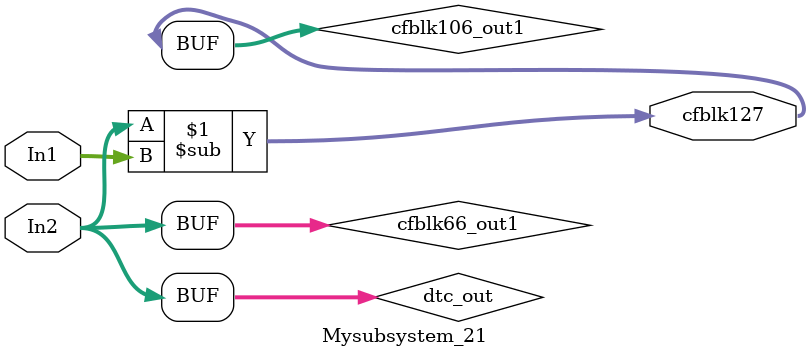
<source format=v>



`timescale 1 ns / 1 ns

module Mysubsystem_21
          (In1,
           In2,
           cfblk127);


  input   [7:0] In1;  // uint8
  input   [7:0] In2;  // uint8
  output  [7:0] cfblk127;  // uint8


  wire [7:0] dtc_out;  // ufix8
  wire [7:0] cfblk66_out1;  // uint8
  wire [7:0] cfblk106_out1;  // uint8


  assign dtc_out = In2;



  assign cfblk66_out1 = dtc_out;



  assign cfblk106_out1 = cfblk66_out1 - In1;



  assign cfblk127 = cfblk106_out1;

endmodule  // Mysubsystem_21


</source>
